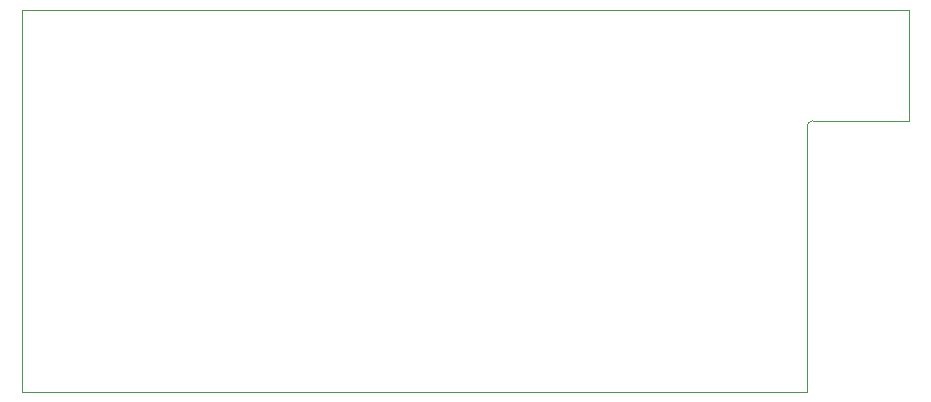
<source format=gbr>
G04 #@! TF.GenerationSoftware,KiCad,Pcbnew,(5.1.5-0-10_14)*
G04 #@! TF.CreationDate,2021-04-18T15:07:53+10:00*
G04 #@! TF.ProjectId,OH - Right Console - Forward Aux,4f48202d-2052-4696-9768-7420436f6e73,rev?*
G04 #@! TF.SameCoordinates,Original*
G04 #@! TF.FileFunction,Profile,NP*
%FSLAX46Y46*%
G04 Gerber Fmt 4.6, Leading zero omitted, Abs format (unit mm)*
G04 Created by KiCad (PCBNEW (5.1.5-0-10_14)) date 2021-04-18 15:07:53*
%MOMM*%
%LPD*%
G04 APERTURE LIST*
%ADD10C,0.050000*%
G04 APERTURE END LIST*
D10*
X173482000Y-88773000D02*
G75*
G02X173990000Y-88265000I508000J0D01*
G01*
X182118000Y-88265000D02*
X173990000Y-88265000D01*
X182118000Y-78883000D02*
X182118000Y-88265000D01*
X107061000Y-78883000D02*
X107061000Y-111252000D01*
X173482000Y-111252000D02*
X107061000Y-111252000D01*
X173482000Y-88773000D02*
X173482000Y-111252000D01*
X107061000Y-78883000D02*
X182118000Y-78883000D01*
M02*

</source>
